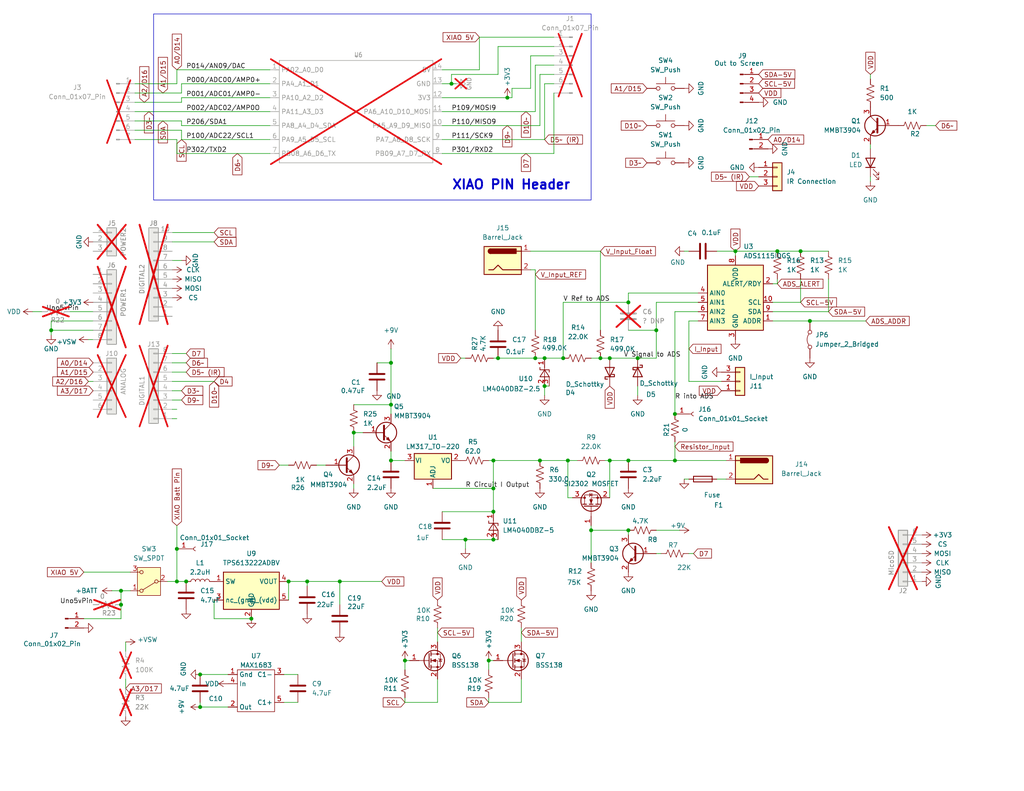
<source format=kicad_sch>
(kicad_sch (version 20231120) (generator "eeschema") (generator_version "8.0")
  (paper "USLetter")
  (title_block (title "Arduino Uno DMM Shield") (date "2025-02-22") (rev "1A") (company "Nick Mann"))
  (junction (at 106.68 110.49))
  (junction (at 163.83 97.79))
  (junction (at 83.82 158.75))
  (junction (at 92.71 158.75))
  (junction (at 127 147.32))
  (junction (at 148.59 105.41))
  (junction (at 173.99 97.79))
  (junction (at 147.32 125.73))
  (junction (at 134.62 139.7))
  (junction (at 148.59 97.79))
  (junction (at 153.67 97.79))
  (junction (at 68.58 168.91))
  (junction (at 134.62 147.32))
  (junction (at 212.09 68.58))
  (junction (at 134.62 133.35))
  (junction (at 184.15 125.73))
  (junction (at 146.05 97.79))
  (junction (at 135.89 97.79))
  (junction (at 218.44 68.58))
  (junction (at 154.94 125.73))
  (junction (at 106.68 99.06))
  (junction (at 48.26 149.86))
  (junction (at 138.43 26.67))
  (junction (at 134.62 125.73))
  (junction (at 78.74 158.75))
  (junction (at 33.02 161.29))
  (junction (at 110.49 180.34))
  (junction (at 171.45 144.78))
  (junction (at 200.66 68.58))
  (junction (at 133.35 180.34))
  (junction (at 171.45 82.55))
  (junction (at 166.37 125.73))
  (junction (at 171.45 125.73))
  (junction (at 48.26 158.75))
  (junction (at 184.15 113.03))
  (junction (at 161.29 144.78))
  (junction (at 13.97 90.17))
  (junction (at 33.02 165.1))
  (junction (at 123.19 22.86))
  (junction (at 166.37 97.79))
  (junction (at 54.61 193.04))
  (junction (at 50.8 158.75))
  (junction (at 54.61 184.15))
  (junction (at 220.98 87.63))
  (junction (at 179.07 90.17))
  (junction (at 106.68 125.73))
  (junction (at 96.52 118.11))
  (wire (pts (xy 88.9 127) (xy 86.36 127)))
  (wire (pts (xy 226.06 76.2) (xy 226.06 85.09)))
  (wire (pts (xy 210.82 85.09) (xy 226.06 85.09)))
  (wire (pts (xy 83.82 158.75) (xy 83.82 160.02)))
  (wire (pts (xy 147.32 20.32) (xy 151.13 20.32)))
  (wire (pts (xy 48.26 22.86) (xy 48.26 19.05)))
  (wire (pts (xy 148.59 22.86) (xy 148.59 38.1)))
  (wire (pts (xy 237.49 48.26) (xy 237.49 49.53)))
  (wire (pts (xy 237.49 20.32) (xy 237.49 21.59)))
  (wire (pts (xy 46.99 96.52) (xy 50.8 96.52)))
  (wire (pts (xy 163.83 68.58) (xy 144.78 68.58)))
  (wire (pts (xy 120.65 38.1) (xy 148.59 38.1)))
  (wire (pts (xy 36.83 25.4) (xy 49.53 25.4)))
  (wire (pts (xy 135.89 97.79) (xy 146.05 97.79)))
  (wire (pts (xy 111.76 180.34) (xy 110.49 180.34)))
  (wire (pts (xy 142.24 191.77) (xy 142.24 185.42)))
  (wire (pts (xy 48.26 38.1) (xy 36.83 38.1)))
  (wire (pts (xy 148.59 97.79) (xy 153.67 97.79)))
  (wire (pts (xy 34.29 175.26) (xy 34.29 177.8)))
  (wire (pts (xy 139.7 24.13) (xy 144.78 24.13)))
  (wire (pts (xy 146.05 73.66) (xy 144.78 73.66)))
  (wire (pts (xy 153.67 82.55) (xy 153.67 97.79)))
  (wire (pts (xy 237.49 40.64) (xy 237.49 39.37)))
  (wire (pts (xy 13.97 90.17) (xy 13.97 91.44)))
  (wire (pts (xy 144.78 24.13) (xy 144.78 15.24)))
  (wire (pts (xy 123.19 22.86) (xy 123.19 20.32)))
  (wire (pts (xy 120.65 34.29) (xy 147.32 34.29)))
  (wire (pts (xy 134.62 180.34) (xy 133.35 180.34)))
  (wire (pts (xy 120.65 30.48) (xy 146.05 30.48)))
  (wire (pts (xy 106.68 123.19) (xy 106.68 125.73)))
  (wire (pts (xy 22.86 168.91) (xy 33.02 168.91)))
  (wire (pts (xy 46.99 66.04) (xy 58.42 66.04)))
  (wire (pts (xy 96.52 118.11) (xy 99.06 118.11)))
  (wire (pts (xy 171.45 125.73) (xy 184.15 125.73)))
  (wire (pts (xy 106.68 95.25) (xy 106.68 99.06)))
  (wire (pts (xy 179.07 151.13) (xy 180.34 151.13)))
  (wire (pts (xy 46.99 99.06) (xy 50.8 99.06)))
  (wire (pts (xy 49.53 34.29) (xy 73.66 34.29)))
  (wire (pts (xy 13.97 90.17) (xy 25.4 90.17)))
  (wire (pts (xy 134.62 97.79) (xy 135.89 97.79)))
  (wire (pts (xy 142.24 171.45) (xy 142.24 175.26)))
  (wire (pts (xy 120.65 19.05) (xy 130.81 19.05)))
  (wire (pts (xy 148.59 105.41) (xy 149.86 105.41)))
  (wire (pts (xy 179.07 90.17) (xy 179.07 82.55)))
  (wire (pts (xy 54.61 184.15) (xy 62.23 184.15)))
  (wire (pts (xy 212.09 77.47) (xy 210.82 77.47)))
  (wire (pts (xy 118.11 133.35) (xy 134.62 133.35)))
  (wire (pts (xy 163.83 97.79) (xy 166.37 97.79)))
  (wire (pts (xy 148.59 107.95) (xy 148.59 105.41)))
  (wire (pts (xy 161.29 97.79) (xy 163.83 97.79)))
  (wire (pts (xy 49.53 22.86) (xy 73.66 22.86)))
  (wire (pts (xy 153.67 82.55) (xy 171.45 82.55)))
  (wire (pts (xy 58.42 163.83) (xy 58.42 168.91)))
  (wire (pts (xy 173.99 97.79) (xy 179.07 97.79)))
  (wire (pts (xy 138.43 26.67) (xy 120.65 26.67)))
  (wire (pts (xy 218.44 68.58) (xy 226.06 68.58)))
  (wire (pts (xy 198.12 130.81) (xy 195.58 130.81)))
  (wire (pts (xy 33.02 165.1) (xy 33.02 161.29)))
  (wire (pts (xy 119.38 191.77) (xy 119.38 185.42)))
  (wire (pts (xy 24.13 92.71) (xy 25.4 92.71)))
  (wire (pts (xy 187.96 87.63) (xy 187.96 104.14)))
  (wire (pts (xy 30.48 161.29) (xy 33.02 161.29)))
  (wire (pts (xy 102.87 99.06) (xy 106.68 99.06)))
  (wire (pts (xy 49.53 25.4) (xy 49.53 22.86)))
  (wire (pts (xy 148.59 22.86) (xy 151.13 22.86)))
  (wire (pts (xy 184.15 85.09) (xy 190.5 85.09)))
  (wire (pts (xy 106.68 99.06) (xy 106.68 110.49)))
  (wire (pts (xy 48.26 158.75) (xy 50.8 158.75)))
  (wire (pts (xy 49.53 33.02) (xy 49.53 34.29)))
  (wire (pts (xy 78.74 158.75) (xy 78.74 163.83)))
  (wire (pts (xy 171.45 90.17) (xy 179.07 90.17)))
  (wire (pts (xy 134.62 133.35) (xy 134.62 139.7)))
  (wire (pts (xy 48.26 19.05) (xy 73.66 19.05)))
  (wire (pts (xy 58.42 168.91) (xy 68.58 168.91)))
  (wire (pts (xy 220.98 87.63) (xy 210.82 87.63)))
  (wire (pts (xy 200.66 68.58) (xy 200.66 69.85)))
  (wire (pts (xy 46.99 101.6) (xy 50.8 101.6)))
  (wire (pts (xy 54.61 191.77) (xy 54.61 193.04)))
  (wire (pts (xy 48.26 149.86) (xy 48.26 158.75)))
  (wire (pts (xy 49.53 38.1) (xy 49.53 35.56)))
  (wire (pts (xy 106.68 110.49) (xy 106.68 113.03)))
  (wire (pts (xy 161.29 144.78) (xy 161.29 153.67)))
  (wire (pts (xy 110.49 191.77) (xy 119.38 191.77)))
  (wire (pts (xy 184.15 120.65) (xy 184.15 125.73)))
  (wire (pts (xy 76.2 127) (xy 78.74 127)))
  (wire (pts (xy 173.99 105.41) (xy 173.99 107.95)))
  (wire (pts (xy 161.29 144.78) (xy 171.45 144.78)))
  (wire (pts (xy 166.37 97.79) (xy 173.99 97.79)))
  (wire (pts (xy 184.15 85.09) (xy 184.15 113.03)))
  (wire (pts (xy 200.66 68.58) (xy 195.58 68.58)))
  (wire (pts (xy 83.82 158.75) (xy 92.71 158.75)))
  (wire (pts (xy 133.35 190.5) (xy 133.35 191.77)))
  (wire (pts (xy 13.97 87.63) (xy 13.97 90.17)))
  (wire (pts (xy 200.66 68.58) (xy 212.09 68.58)))
  (wire (pts (xy 186.69 130.81) (xy 187.96 130.81)))
  (wire (pts (xy 106.68 125.73) (xy 110.49 125.73)))
  (wire (pts (xy 92.71 158.75) (xy 104.14 158.75)))
  (wire (pts (xy 166.37 125.73) (xy 171.45 125.73)))
  (wire (pts (xy 146.05 30.48) (xy 146.05 17.78)))
  (wire (pts (xy 154.94 125.73) (xy 154.94 135.89)))
  (wire (pts (xy 161.29 143.51) (xy 161.29 144.78)))
  (wire (pts (xy 48.26 38.1) (xy 48.26 41.91)))
  (wire (pts (xy 92.71 158.75) (xy 92.71 165.1)))
  (wire (pts (xy 36.83 30.48) (xy 73.66 30.48)))
  (wire (pts (xy 77.47 184.15) (xy 81.28 184.15)))
  (wire (pts (xy 252.73 34.29) (xy 255.27 34.29)))
  (wire (pts (xy 54.61 193.04) (xy 62.23 193.04)))
  (wire (pts (xy 77.47 191.77) (xy 81.28 191.77)))
  (wire (pts (xy 139.7 26.67) (xy 138.43 26.67)))
  (wire (pts (xy 120.65 139.7) (xy 134.62 139.7)))
  (wire (pts (xy 196.85 104.14) (xy 187.96 104.14)))
  (wire (pts (xy 133.35 191.77) (xy 142.24 191.77)))
  (wire (pts (xy 130.81 10.16) (xy 130.81 19.05)))
  (wire (pts (xy 127 97.79) (xy 125.73 97.79)))
  (wire (pts (xy 187.96 68.58) (xy 186.69 68.58)))
  (wire (pts (xy 146.05 17.78) (xy 151.13 17.78)))
  (wire (pts (xy 120.65 22.86) (xy 123.19 22.86)))
  (wire (pts (xy 171.45 82.55) (xy 171.45 80.01)))
  (wire (pts (xy 151.13 41.91) (xy 151.13 25.4)))
  (wire (pts (xy 34.29 185.42) (xy 34.29 187.96)))
  (wire (pts (xy 96.52 132.08) (xy 96.52 133.35)))
  (wire (pts (xy 187.96 87.63) (xy 190.5 87.63)))
  (wire (pts (xy 144.78 15.24) (xy 151.13 15.24)))
  (wire (pts (xy 48.26 143.51) (xy 48.26 149.86)))
  (wire (pts (xy 46.99 109.22) (xy 49.53 109.22)))
  (wire (pts (xy 46.99 114.3) (xy 48.26 114.3)))
  (wire (pts (xy 148.59 97.79) (xy 146.05 97.79)))
  (wire (pts (xy 123.19 20.32) (xy 135.89 20.32)))
  (wire (pts (xy 24.13 104.14) (xy 25.4 104.14)))
  (wire (pts (xy 154.94 125.73) (xy 147.32 125.73)))
  (wire (pts (xy 49.53 38.1) (xy 73.66 38.1)))
  (wire (pts (xy 154.94 125.73) (xy 157.48 125.73)))
  (wire (pts (xy 179.07 97.79) (xy 179.07 90.17)))
  (wire (pts (xy 46.99 104.14) (xy 58.42 104.14)))
  (wire (pts (xy 218.44 76.2) (xy 218.44 82.55)))
  (wire (pts (xy 46.99 111.76) (xy 48.26 111.76)))
  (wire (pts (xy 46.99 106.68) (xy 49.53 106.68)))
  (wire (pts (xy 48.26 41.91) (xy 73.66 41.91)))
  (wire (pts (xy 134.62 125.73) (xy 147.32 125.73)))
  (wire (pts (xy 204.47 48.26) (xy 207.01 48.26)))
  (wire (pts (xy 130.81 10.16) (xy 151.13 10.16)))
  (wire (pts (xy 139.7 24.13) (xy 139.7 26.67)))
  (wire (pts (xy 163.83 68.58) (xy 163.83 90.17)))
  (wire (pts (xy 33.02 168.91) (xy 33.02 165.1)))
  (wire (pts (xy 119.38 171.45) (xy 119.38 175.26)))
  (wire (pts (xy 25.4 87.63) (xy 13.97 87.63)))
  (wire (pts (xy 236.22 87.63) (xy 220.98 87.63)))
  (wire (pts (xy 46.99 71.12) (xy 49.53 71.12)))
  (wire (pts (xy 165.1 125.73) (xy 166.37 125.73)))
  (wire (pts (xy 120.65 41.91) (xy 151.13 41.91)))
  (wire (pts (xy 36.83 33.02) (xy 49.53 33.02)))
  (wire (pts (xy 96.52 110.49) (xy 106.68 110.49)))
  (wire (pts (xy 49.53 26.67) (xy 73.66 26.67)))
  (wire (pts (xy 187.96 151.13) (xy 189.23 151.13)))
  (wire (pts (xy 49.53 27.94) (xy 49.53 26.67)))
  (wire (pts (xy 36.83 35.56) (xy 49.53 35.56)))
  (wire (pts (xy 22.86 156.21) (xy 35.56 156.21)))
  (wire (pts (xy 8.89 85.09) (xy 11.43 85.09)))
  (wire (pts (xy 127 147.32) (xy 134.62 147.32)))
  (wire (pts (xy 212.09 77.47) (xy 212.09 76.2)))
  (wire (pts (xy 110.49 180.34) (xy 110.49 182.88)))
  (wire (pts (xy 147.32 20.32) (xy 147.32 34.29)))
  (wire (pts (xy 171.45 144.78) (xy 171.45 146.05)))
  (wire (pts (xy 154.94 135.89) (xy 156.21 135.89)))
  (wire (pts (xy 166.37 125.73) (xy 166.37 135.89)))
  (wire (pts (xy 179.07 82.55) (xy 190.5 82.55)))
  (wire (pts (xy 146.05 73.66) (xy 146.05 90.17)))
  (wire (pts (xy 19.05 85.09) (xy 25.4 85.09)))
  (wire (pts (xy 179.07 144.78) (xy 185.42 144.78)))
  (wire (pts (xy 134.62 133.35) (xy 134.62 125.73)))
  (wire (pts (xy 45.72 158.75) (xy 48.26 158.75)))
  (wire (pts (xy 135.89 20.32) (xy 135.89 12.7)))
  (wire (pts (xy 133.35 180.34) (xy 133.35 182.88)))
  (wire (pts (xy 78.74 158.75) (xy 83.82 158.75)))
  (wire (pts (xy 135.89 12.7) (xy 151.13 12.7)))
  (wire (pts (xy 123.19 22.86) (xy 124.46 22.86)))
  (wire (pts (xy 96.52 118.11) (xy 96.52 121.92)))
  (wire (pts (xy 184.15 125.73) (xy 198.12 125.73)))
  (wire (pts (xy 134.62 147.32) (xy 135.89 147.32)))
  (wire (pts (xy 33.02 161.29) (xy 35.56 161.29)))
  (wire (pts (xy 210.82 82.55) (xy 218.44 82.55)))
  (wire (pts (xy 36.83 22.86) (xy 48.26 22.86)))
  (wire (pts (xy 127 149.86) (xy 127 147.32)))
  (wire (pts (xy 212.09 68.58) (xy 218.44 68.58)))
  (wire (pts (xy 171.45 80.01) (xy 190.5 80.01)))
  (wire (pts (xy 36.83 27.94) (xy 49.53 27.94)))
  (wire (pts (xy 46.99 63.5) (xy 58.42 63.5)))
  (wire (pts (xy 120.65 147.32) (xy 127 147.32)))
  (wire (pts (xy 110.49 190.5) (xy 110.49 191.77)))
  (wire (pts (xy 134.62 125.73) (xy 133.35 125.73)))
  (rectangle (start 41.91 3.81) (end 161.29 54.61))
  (text "XIAO PIN Header" (at 123.19 52.07 0) (effects (font (size 2.54 2.54) (bold yes)) (justify left bottom)))
  (label "P000{slash}ADC00{slash}AMP0+" (at 50.8 22.86 0))
  (label "P109{slash}MOSI9" (at 123.19 30.48 0))
  (label "R Circuit I Output" (at 127 133.35 0))
  (label "V Ref to ADS" (at 153.67 82.55 0))
  (label "V Signal to ADS" (at 170.18 97.79 0))
  (label "R into ADS" (at 184.15 109.22 0))
  (label "P301{slash}RXD2" (at 123.19 41.91 0))
  (label "P302{slash}TXD2" (at 50.8 41.91 0))
  (label "P206{slash}SDA1" (at 50.8 34.29 0))
  (label "P100{slash}ADC22{slash}SCL1" (at 50.8 38.1 0))
  (label "P001{slash}ADC01{slash}AMP0-" (at 50.8 26.67 0))
  (label "P110{slash}MISO9" (at 123.19 34.29 0))
  (label "Uno5vPin" (at 25.4 165.1 180))
  (label "P111{slash}SCK9" (at 123.19 38.1 0))
  (label "P014{slash}AN09{slash}DAC" (at 50.8 19.05 0))
  (label "Uno5vPin" (at 21.59 85.09 180))
  (label "P002{slash}ADC02{slash}AMP0O" (at 50.8 30.48 0))
  (global_label "A0{slash}D14" (shape input) (at 25.4 99.06 180) (property "Intersheetrefs" "${INTERSHEET_REFS}" (effects (hide yes))))
  (global_label "I_Input" (shape input) (at 187.96 95.25 0) (property "Intersheetrefs" "${INTERSHEET_REFS}" (effects (hide yes))))
  (global_label "VDD" (shape input) (at 207.01 25.4 0) (property "Intersheetrefs" "${INTERSHEET_REFS}" (effects (hide yes))))
  (global_label "VDD" (shape input) (at 119.38 163.83 90) (property "Intersheetrefs" "${INTERSHEET_REFS}" (effects (hide yes))))
  (global_label "SCL" (shape input) (at 49.53 38.1 270) (property "Intersheetrefs" "${INTERSHEET_REFS}" (effects (hide yes))))
  (global_label "A2{slash}D16" (shape input) (at 39.37 27.94 90) (property "Intersheetrefs" "${INTERSHEET_REFS}" (effects (hide yes))))
  (global_label "SDA" (shape input) (at 133.35 191.77 180) (property "Intersheetrefs" "${INTERSHEET_REFS}" (effects (hide yes))))
  (global_label "D9~" (shape input) (at 49.53 109.22 0) (property "Intersheetrefs" "${INTERSHEET_REFS}" (effects (hide yes))))
  (global_label "VDD" (shape input) (at 196.85 106.68 180) (property "Intersheetrefs" "${INTERSHEET_REFS}" (effects (hide yes))))
  (global_label "D5~ (IR)" (shape input) (at 204.47 48.26 180) (property "Intersheetrefs" "${INTERSHEET_REFS}" (effects (hide yes))))
  (global_label "XIAO 5V" (shape input) (at 22.86 156.21 180) (property "Intersheetrefs" "${INTERSHEET_REFS}" (effects (hide yes))))
  (global_label "D6~" (shape input) (at 50.8 99.06 0) (property "Intersheetrefs" "${INTERSHEET_REFS}" (effects (hide yes))))
  (global_label "ADS_ALERT" (shape input) (at 212.09 77.47 0) (property "Intersheetrefs" "${INTERSHEET_REFS}" (effects (hide yes))))
  (global_label "VDD" (shape input) (at 207.01 50.8 180) (property "Intersheetrefs" "${INTERSHEET_REFS}" (effects (hide yes))))
  (global_label "A0{slash}D14" (shape input) (at 48.26 19.05 90) (property "Intersheetrefs" "${INTERSHEET_REFS}" (effects (hide yes))))
  (global_label "D7" (shape input) (at 143.51 41.91 270) (property "Intersheetrefs" "${INTERSHEET_REFS}" (effects (hide yes))))
  (global_label "XIAO 5V" (shape input) (at 130.81 10.16 180) (property "Intersheetrefs" "${INTERSHEET_REFS}" (effects (hide yes))))
  (global_label "A2{slash}D16" (shape input) (at 24.13 104.14 180) (property "Intersheetrefs" "${INTERSHEET_REFS}" (effects (hide yes))))
  (global_label "VDD" (shape input) (at 104.14 158.75 0) (property "Intersheetrefs" "${INTERSHEET_REFS}" (effects (hide yes))))
  (global_label "D6~" (shape input) (at 255.27 34.29 0) (property "Intersheetrefs" "${INTERSHEET_REFS}" (effects (hide yes))))
  (global_label "SCL-5V" (shape input) (at 119.38 172.72 0) (property "Intersheetrefs" "${INTERSHEET_REFS}" (effects (hide yes))))
  (global_label "D4" (shape input) (at 58.42 104.14 0) (property "Intersheetrefs" "${INTERSHEET_REFS}" (effects (hide yes))))
  (global_label "VDD" (shape input) (at 166.37 105.41 270) (property "Intersheetrefs" "${INTERSHEET_REFS}" (effects (hide yes))))
  (global_label "D10~" (shape input) (at 176.53 34.29 180) (property "Intersheetrefs" "${INTERSHEET_REFS}" (effects (hide yes))))
  (global_label "D7" (shape input) (at 50.8 96.52 0) (property "Intersheetrefs" "${INTERSHEET_REFS}" (effects (hide yes))))
  (global_label "A1{slash}D15" (shape input) (at 176.53 24.13 180) (property "Intersheetrefs" "${INTERSHEET_REFS}" (effects (hide yes))))
  (global_label "Resistor_Input" (shape input) (at 184.15 121.92 0) (property "Intersheetrefs" "${INTERSHEET_REFS}" (effects (hide yes))))
  (global_label "SDA-5V" (shape input) (at 142.24 172.72 0) (property "Intersheetrefs" "${INTERSHEET_REFS}" (effects (hide yes))))
  (global_label "V_Input_Float" (shape input) (at 163.83 68.58 0) (property "Intersheetrefs" "${INTERSHEET_REFS}" (effects (hide yes))))
  (global_label "D7" (shape input) (at 189.23 151.13 0) (property "Intersheetrefs" "${INTERSHEET_REFS}" (effects (hide yes))))
  (global_label "A3{slash}D17" (shape input) (at 34.29 187.96 0) (property "Intersheetrefs" "${INTERSHEET_REFS}" (effects (hide yes))))
  (global_label "D3~" (shape input) (at 176.53 44.45 180) (property "Intersheetrefs" "${INTERSHEET_REFS}" (effects (hide yes))))
  (global_label "A3{slash}D17" (shape input) (at 25.4 106.68 180) (property "Intersheetrefs" "${INTERSHEET_REFS}" (effects (hide yes))))
  (global_label "VDD" (shape input) (at 237.49 20.32 90) (property "Intersheetrefs" "${INTERSHEET_REFS}" (effects (hide yes))))
  (global_label "SDA-5V" (shape input) (at 207.01 20.32 0) (property "Intersheetrefs" "${INTERSHEET_REFS}" (effects (hide yes))))
  (global_label "V_Input_REF" (shape input) (at 146.05 74.93 0) (property "Intersheetrefs" "${INTERSHEET_REFS}" (effects (hide yes))))
  (global_label "ADS_ADDR" (shape input) (at 236.22 87.63 0) (property "Intersheetrefs" "${INTERSHEET_REFS}" (effects (hide yes))))
  (global_label "D5~ (IR)" (shape input) (at 50.8 101.6 0) (property "Intersheetrefs" "${INTERSHEET_REFS}" (effects (hide yes))))
  (global_label "A0{slash}D14" (shape input) (at 209.55 38.1 0) (property "Intersheetrefs" "${INTERSHEET_REFS}" (effects (hide yes))))
  (global_label "A1{slash}D15" (shape input) (at 44.45 25.4 90) (property "Intersheetrefs" "${INTERSHEET_REFS}" (effects (hide yes))))
  (global_label "A1{slash}D15" (shape input) (at 25.4 101.6 180) (property "Intersheetrefs" "${INTERSHEET_REFS}" (effects (hide yes))))
  (global_label "D9~" (shape input) (at 138.43 34.29 270) (property "Intersheetrefs" "${INTERSHEET_REFS}" (effects (hide yes))))
  (global_label "SCL" (shape input) (at 58.42 63.5 0) (property "Intersheetrefs" "${INTERSHEET_REFS}" (effects (hide yes))))
  (global_label "SDA" (shape input) (at 58.42 66.04 0) (property "Intersheetrefs" "${INTERSHEET_REFS}" (effects (hide yes))))
  (global_label "SDA" (shape input) (at 44.45 33.02 270) (property "Intersheetrefs" "${INTERSHEET_REFS}" (effects (hide yes))))
  (global_label "D3~" (shape input) (at 40.64 30.48 270) (property "Intersheetrefs" "${INTERSHEET_REFS}" (effects (hide yes))))
  (global_label "SCL" (shape input) (at 110.49 191.77 180) (property "Intersheetrefs" "${INTERSHEET_REFS}" (effects (hide yes))))
  (global_label "VDD" (shape input) (at 142.24 163.83 90) (property "Intersheetrefs" "${INTERSHEET_REFS}" (effects (hide yes))))
  (global_label "D10~" (shape input) (at 58.42 104.14 270) (property "Intersheetrefs" "${INTERSHEET_REFS}" (effects (hide yes))))
  (global_label "VDD" (shape input) (at 200.66 68.58 90) (property "Intersheetrefs" "${INTERSHEET_REFS}" (effects (hide yes))))
  (global_label "D6~" (shape input) (at 64.77 41.91 270) (property "Intersheetrefs" "${INTERSHEET_REFS}" (effects (hide yes))))
  (global_label "XIAO Batt Pin" (shape input) (at 48.26 143.51 90) (property "Intersheetrefs" "${INTERSHEET_REFS}" (effects (hide yes))))
  (global_label "D10~" (shape input) (at 143.51 30.48 270) (property "Intersheetrefs" "${INTERSHEET_REFS}" (effects (hide yes))))
  (global_label "SCL-5V" (shape input) (at 207.01 22.86 0) (property "Intersheetrefs" "${INTERSHEET_REFS}" (effects (hide yes))))
  (global_label "SCL-5V" (shape input) (at 218.44 82.55 0) (property "Intersheetrefs" "${INTERSHEET_REFS}" (effects (hide yes))))
  (global_label "D3~" (shape input) (at 49.53 106.68 0) (property "Intersheetrefs" "${INTERSHEET_REFS}" (effects (hide yes))))
  (global_label "D5~ (IR)" (shape input) (at 148.59 38.1 0) (property "Intersheetrefs" "${INTERSHEET_REFS}" (effects (hide yes))))
  (global_label "VDD" (shape input) (at 125.73 97.79 180) (property "Intersheetrefs" "${INTERSHEET_REFS}" (effects (hide yes))))
  (global_label "SDA-5V" (shape input) (at 226.06 85.09 0) (property "Intersheetrefs" "${INTERSHEET_REFS}" (effects (hide yes))))
  (global_label "D9~" (shape input) (at 76.2 127 180) (property "Intersheetrefs" "${INTERSHEET_REFS}" (effects (hide yes))))
  (symbol (lib_id "Device:R_US") (at 218.44 72.39 180) (unit 1)
    (property "Reference" "R13" (at 220.98 71.1199 0) (effects (justify right)))
    (property "Value" "1K" (at 220.98 73.6599 0) (effects (justify right)))
    (property "Footprint" "Resistor_SMD:R_0805_2012Metric_Pad1.20x1.40mm_HandSolder" (effects (hide yes)))
    (property "Description" "Resistor, US symbol" (effects (hide yes)))
    (property "Function" "ADS Pull 1" (effects (hide yes)))
  )
  (symbol (lib_id "Transistor_FET:BSS138") (at 116.84 180.34 0) (unit 1)
    (property "Reference" "Q6" (at 123.19 179.0699 0) (effects (justify left)))
    (property "Value" "BSS138" (at 123.19 181.6099 0) (effects (justify left)))
    (property "Footprint" "Package_TO_SOT_SMD:SOT-23" (effects (hide yes)))
    (property "Datasheet" "https://www.onsemi.com/pub/Collateral/BSS138-D.PDF" (effects (hide yes)))
    (property "Description" "50V Vds, 0.22A Id, N-Channel MOSFET, SOT-23" (effects (hide yes)))
  )
  (symbol (lib_id "Device:R_US") (at 184.15 151.13 270) (unit 1)
    (property "Reference" "R7" (at 183.642 148.844 90))
    (property "Value" "22K" (at 186.69 154.94 90))
    (property "Footprint" "Resistor_SMD:R_0805_2012Metric_Pad1.20x1.40mm_HandSolder" (effects (hide yes)))
    (property "Description" "Resistor, US symbol" (effects (hide yes)))
    (property "Function" "BJTCurrentLimit1" (effects (hide yes)))
  )
  (symbol (lib_name "+BATT_1") (lib_id "power:+BATT") (at 30.48 161.29 90) (unit 1)
    (property "Reference" "#PWR063" (effects (hide yes)))
    (property "Value" "+BATT" (at 26.67 161.2901 90) (effects (justify left)))
    (property "Description" "Power symbol creates a global label with name \"+BATT\"" (effects (hide yes)))
  )
  (symbol (lib_id "Device:C") (at 54.61 187.96 0) (unit 1)
    (property "Reference" "C10" (at 56.896 190.754 0) (effects (justify left)))
    (property "Value" "4.7uF" (at 46.228 187.96 0) (effects (justify left)))
    (property "Footprint" "Capacitor_SMD:C_0805_2012Metric_Pad1.18x1.45mm_HandSolder" (effects (hide yes)))
    (property "Description" "Unpolarized capacitor" (effects (hide yes)))
    (property "Function" "Charge Pump" (effects (hide yes)))
  )
  (symbol (lib_id "power:+3.3V") (at 251.46 148.59 270) (unit 1)
    (property "Reference" "#PWR076" (effects (hide yes)))
    (property "Value" "CS" (at 257.175 148.59 90))
  )
  (symbol (lib_id "Device:R_US") (at 133.35 186.69 180) (unit 1)
    (property "Reference" "R19" (at 131.318 187.96 0) (effects (justify left)))
    (property "Value" "10K" (at 131.572 185.674 0) (effects (justify left)))
    (property "Footprint" "Resistor_SMD:R_0805_2012Metric_Pad1.20x1.40mm_HandSolder" (effects (hide yes)))
    (property "Description" "Resistor, US symbol" (effects (hide yes)))
    (property "ValueTemp" "5K" (effects (hide yes)))
    (property "Function" "Current Limit" (effects (hide yes)))
  )
  (symbol (lib_id "Transistor_BJT:MMBT3904") (at 173.99 151.13 0) (mirror y) (unit 1)
    (property "Reference" "Q3" (at 168.91 149.8599 0) (effects (justify left)))
    (property "Value" "MMBT3904" (at 168.91 152.3999 0) (effects (justify left)))
    (property "Footprint" "Package_TO_SOT_SMD:SOT-23" (effects (hide yes)))
    (property "Datasheet" "https://www.onsemi.com/pdf/datasheet/pzt3904-d.pdf" (effects (hide yes)))
    (property "Description" "0.2A Ic, 40V Vce, Small Signal NPN Transistor, SOT-23" (effects (hide yes)))
    (property "ValueTemp" "MMBT3904" (effects (hide yes)))
    (property "Function" "Range Switch Control" (effects (hide yes)))
  )
  (symbol (lib_id "power:GND") (at 106.68 133.35 0) (unit 1)
    (property "Reference" "#PWR071" (effects (hide yes)))
    (property "Value" "GND" (at 106.68 138.43 0))
    (property "Description" "Power symbol creates a global label with name \"GND\" , ground" (effects (hide yes)))
  )
  (symbol (lib_id "power:+9V") (at 54.61 193.04 90) (unit 1)
    (property "Reference" "#PWR036" (effects (hide yes)))
    (property "Value" "+9V" (at 49.53 193.04 0))
    (property "Description" "Power symbol creates a global label with name \"+9V\"" (effects (hide yes)))
  )
  (symbol (lib_id "Device:R_US") (at 212.09 72.39 180) (unit 1)
    (property "Reference" "R16" (at 214.63 71.1199 0) (effects (justify right)))
    (property "Value" "1K" (at 214.63 73.6599 0) (effects (justify right)))
    (property "Footprint" "Resistor_SMD:R_0805_2012Metric_Pad1.20x1.40mm_HandSolder" (effects (hide yes)))
    (property "Description" "Resistor, US symbol" (effects (hide yes)))
    (property "Function" "ADS Pull 3" (effects (hide yes)))
  )
  (symbol (lib_id "Transistor_FET:DMG2302U") (at 161.29 138.43 90) (unit 1)
    (property "Reference" "Q2" (at 161.29 129.54 90))
    (property "Value" "SI2302 MOSFET" (at 161.29 132.08 90))
    (property "Footprint" "Package_TO_SOT_SMD:SOT-23" (effects (hide yes)))
    (property "Datasheet" "http://www.diodes.com/assets/Datasheets/DMG2302U.pdf" (effects (hide yes)))
    (property "Description" "4.2A Id, 20V Vds, N-Channel MOSFET, SOT-23" (effects (hide yes)))
    (property "Function" "R Circuit Range Switch" (effects (hide yes)))
  )
  (symbol (lib_id "Connector:Conn_01x07_Pin") (at 156.21 17.78 0) (mirror y) (unit 1) (dnp yes)
    (property "Reference" "J1" (at 155.575 5.08 0))
    (property "Value" "Conn_01x07_Pin" (at 155.575 7.62 0))
    (property "Footprint" "Connector_PinSocket_2.54mm:PinSocket_1x07_P2.54mm_Vertical" (effects (hide yes)))
    (property "Description" "Generic connector, single row, 01x07, script generated" (effects (hide yes)))
  )
  (symbol (lib_id "power:+3.3V") (at 25.4 82.55 90) (unit 1)
    (property "Reference" "#PWR021" (effects (hide yes)))
    (property "Value" "+3V3" (at 19.685 82.55 90))
  )
  (symbol (lib_id "Device:R_US") (at 15.24 85.09 90) (unit 1) (dnp yes)
    (property "Reference" "R22" (at 15.748 87.376 90))
    (property "Value" "0" (at 15.748 82.296 90))
    (property "Footprint" "Resistor_SMD:R_0805_2012Metric_Pad1.20x1.40mm_HandSolder" (effects (hide yes)))
    (property "Description" "Resistor, US symbol" (effects (hide yes)))
    (property "Function" "BJTCurrentLimit1" (effects (hide yes)))
  )
  (symbol (lib_id "Analog_ADC:ADS1115IDGS") (at 200.66 82.55 0) (unit 1)
    (property "Reference" "U3" (at 202.8541 67.31 0) (effects (justify left)))
    (property "Value" "ADS1115IDGS" (at 202.8541 69.85 0) (effects (justify left)))
    (property "Footprint" "Package_SO:TSSOP-10_3x3mm_P0.5mm" (effects (hide yes)))
    (property "Datasheet" "http://www.ti.com/lit/ds/symlink/ads1113.pdf" (effects (hide yes)))
    (property "Description" "Ultra-Small, Low-Power, I2C-Compatible, 860-SPS, 16-Bit ADCs With Internal Reference, Oscillator, and Programmable Comparator, VSSOP-10" (effects (hide yes)))
    (property "ValueTemp" "ADS1115IDGS" (effects (hide yes)))
  )
  (symbol (lib_id "Device:C") (at 50.8 162.56 0) (unit 1)
    (property "Reference" "C15" (at 54.61 161.2899 0) (effects (justify left)))
    (property "Value" "4.7uF" (at 54.61 163.8299 0) (effects (justify left)))
    (property "Footprint" "Capacitor_SMD:C_0805_2012Metric_Pad1.18x1.45mm_HandSolder" (effects (hide yes)))
    (property "Description" "Unpolarized capacitor" (effects (hide yes)))
    (property "Function" "Boost Circuit Input" (effects (hide yes)))
  )
  (symbol (lib_id "Device:Fuse") (at 191.77 130.81 270) (mirror x) (unit 1)
    (property "Reference" "F1" (at 196.088 137.922 90))
    (property "Value" "Fuse" (at 194.31 135.128 90))
    (property "Footprint" "Fuse:Fuse_1206_3216Metric_Pad1.42x1.75mm_HandSolder" (effects (hide yes)))
    (property "Description" "Fuse" (effects (hide yes)))
    (property "Function" "Dead Short Protection" (effects (hide yes)))
  )
  (symbol (lib_id "Connector_Generic:Conn_01x10") (at 41.91 76.2 180) (unit 1) (dnp yes)
    (property "Reference" "J8" (at 41.91 60.96 0))
    (property "Value" "DIGITAL2" (at 38.735 76.2 90))
    (property "Footprint" "Library:PinHeader_1x10_P2.54mm_Vertical_NoBox" (effects (hide yes)))
    (property "ValueTemp" "DIGITAL2" (effects (hide yes)))
  )
  (symbol (lib_id "Reference_Voltage:LM4040DBZ-5") (at 134.62 143.51 90) (unit 1)
    (property "Reference" "U11" (at 137.16 142.2399 90) (effects (justify right)))
    (property "Value" "LM4040DBZ-5" (at 137.16 144.7799 90) (effects (justify right)))
    (property "Footprint" "Package_TO_SOT_SMD:SOT-23" (effects (hide yes)))
    (property "Datasheet" "http://www.ti.com/lit/ds/symlink/lm4040-n.pdf" (effects (hide yes)))
    (property "Description" "5.000V Precision Micropower Shunt Voltage Reference, SOT-23" (effects (hide yes)))
    (property "Function" "R Circuit Reference" (effects (hide yes)))
  )
  (symbol (lib_id "power:+3.3V") (at 46.99 78.74 270) (unit 1)
    (property "Reference" "#PWR02" (effects (hide yes)))
    (property "Value" "MOSI" (at 52.705 78.74 90))
  )
  (symbol (lib_id "power:GND") (at 13.97 91.44 0) (unit 1)
    (property "Reference" "#PWR018" (effects (hide yes)))
    (property "Value" "GND" (at 13.97 95.25 0))
  )
  (symbol (lib_id "power:+VSW") (at 24.13 92.71 90) (unit 1)
    (property "Reference" "#PWR019" (effects (hide yes)))
    (property "Value" "+VSW" (at 20.955 93.345 90) (effects (justify left)))
  )
  (symbol (lib_id "Connector:Conn_01x02_Pin") (at 17.78 168.91 0) (unit 1)
    (property "Reference" "J7" (at 14.732 173.482 0))
    (property "Value" "Conn_01x02_Pin" (at 14.224 175.768 0))
    (property "Footprint" "Connector_PinSocket_2.54mm:PinSocket_1x02_P2.54mm_Vertical" (effects (hide yes)))
    (property "Description" "Generic connector, single row, 01x02, script generated" (effects (hide yes)))
  )
  (symbol (lib_id "power:GND") (at 68.58 168.91 0) (unit 1)
    (property "Reference" "#PWR029" (effects (hide yes)))
    (property "Value" "GND" (effects (hide yes)))
    (property "Description" "Power symbol creates a global label with name \"GND\" , ground" (effects (hide yes)))
  )
  (symbol (lib_id "power:GND") (at 127 149.86 0) (unit 1)
    (property "Reference" "#PWR042" (effects (hide yes)))
    (property "Value" "GND" (at 127 154.94 0))
    (property "Description" "Power symbol creates a global label with name \"GND\" , ground" (effects (hide yes)))
  )
  (symbol (lib_id "Device:R_US") (at 163.83 93.98 0) (unit 1)
    (property "Reference" "R17" (at 166.37 92.7099 0) (effects (justify left)))
    (property "Value" "499.0K" (at 166.37 95.2499 0) (effects (justify left)))
    (property "Footprint" "Resistor_SMD:R_0805_2012Metric_Pad1.20x1.40mm_HandSolder" (effects (hide yes)))
    (property "Description" "Resistor, US symbol" (effects (hide yes)))
    (property "ValueTemp" "75K" (effects (hide yes)))
    (property "Function" "V Signal Divider" (effects (hide yes)))
  )
  (symbol (lib_id "power:GND") (at 92.71 172.72 0) (unit 1)
    (property "Reference" "#PWR082" (effects (hide yes)))
    (property "Value" "GND" (effects (hide yes)))
    (property "Description" "Power symbol creates a global label with name \"GND\" , ground" (effects (hide yes)))
  )
  (symbol (lib_id "Device:R_US") (at 130.81 97.79 90) (unit 1)
    (property "Reference" "R27" (at 129.54 95.758 0) (effects (justify left)))
    (property "Value" "4.7K" (at 131.826 96.012 0) (effects (justify left)))
    (property "Footprint" "Resistor_SMD:R_0805_2012Metric_Pad1.20x1.40mm_HandSolder" (effects (hide yes)))
    (property "Description" "Resistor, US symbol" (effects (hide yes)))
    (property "ValueTemp" "5K" (effects (hide yes)))
    (property "Function" "Current Limit" (effects (hide yes)))
  )
  (symbol (lib_id "Device:C") (at 171.45 86.36 0) (unit 1) (dnp yes)
    (property "Reference" "C6" (at 175.26 85.0899 0) (effects (justify left)))
    (property "Value" "? DNP" (at 175.26 87.6299 0) (effects (justify left)))
    (property "Footprint" "Capacitor_SMD:C_0805_2012Metric_Pad1.18x1.45mm_HandSolder" (effects (hide yes)))
    (property "Description" "Unpolarized capacitor" (effects (hide yes)))
    (property "Function" "V ADS Filter" (effects (hide yes)))
  )
  (symbol (lib_id "power:GND") (at 171.45 133.35 0) (unit 1)
    (property "Reference" "#PWR047" (effects (hide yes)))
    (property "Value" "GND" (at 171.45 138.43 0))
    (property "Description" "Power symbol creates a global label with name \"GND\" , ground" (effects (hide yes)))
  )
  (symbol (lib_id "Connector:Conn_01x04_Pin") (at 201.93 22.86 0) (unit 1)
    (property "Reference" "J9" (at 202.565 15.24 0))
    (property "Value" "Out to Screen" (at 201.676 17.272 0))
    (property "Footprint" "Connector_PinSocket_2.54mm:PinSocket_1x04_P2.54mm_Vertical" (effects (hide yes)))
    (property "Description" "Generic connector, single row, 01x04, script generated" (effects (hide yes)))
    (property "ValueTemp" "Out to Screen" (effects (hide yes)))
  )
  (symbol (lib_id "Device:D_Schottky") (at 173.99 101.6 270) (unit 1)
    (property "Reference" "D5" (at 176.276 107.696 90) (effects (justify left)))
    (property "Value" "D_Schottky" (at 174.498 104.648 90) (effects (justify left)))
    (property "Footprint" "Diode_SMD:D_SOD-123" (effects (hide yes)))
    (property "Description" "Schottky diode" (effects (hide yes)))
    (property "Function" "Overvoltage Proection" (effects (hide yes)))
  )
  (symbol (lib_id "Switch:SW_Push") (at 181.61 44.45 0) (unit 1)
    (property "Reference" "SW1" (at 181.61 36.83 0))
    (property "Value" "SW_Push" (at 181.61 39.37 0))
    (property "Footprint" "Button_Switch_SMD:SW_SPST_CK_RS282G05A3" (effects (hide yes)))
    (property "Description" "Push button switch, generic, two pins" (effects (hide yes)))
    (property "ValueTemp" "SW_Push" (effects (hide yes)))
  )
  (symbol (lib_id "power:GND") (at 209.55 40.64 90) (unit 1)
    (property "Reference" "#PWR044" (effects (hide yes)))
    (property "Value" "GND" (at 214.122 40.64 0))
    (property "Description" "Power symbol creates a global label with name \"GND\" , ground" (effects (hide yes)))
  )
  (symbol (lib_id "power:+5V") (at 62.23 186.69 90) (unit 1)
    (property "Reference" "#PWR039" (effects (hide yes)))
    (property "Value" "VDD" (at 57.912 186.69 90))
  )
  (symbol (lib_id "Connector_Generic:Conn_01x06") (at 246.38 153.67 180) (unit 1) (dnp yes)
    (property "Reference" "J2" (at 246.38 161.29 0))
    (property "Value" "MicoSD" (at 243.205 153.67 90))
    (property "Footprint" "Connector_PinSocket_2.54mm:PinSocket_1x06_P2.54mm_Vertical" (effects (hide yes)))
  )
  (symbol (lib_id "power:GND") (at 186.69 44.45 90) (unit 1)
    (property "Reference" "#PWR024" (effects (hide yes)))
    (property "Value" "GND" (at 191.262 44.45 0))
    (property "Description" "Power symbol creates a global label with name \"GND\" , ground" (effects (hide yes)))
  )
  (symbol (lib_id "Device:C") (at 102.87 102.87 0) (unit 1)
    (property "Reference" "C1" (at 95.758 104.394 0) (effects (justify left)))
    (property "Value" "0.47uF" (at 92.964 106.68 0) (effects (justify left)))
    (property "Footprint" "Capacitor_SMD:C_0805_2012Metric_Pad1.18x1.45mm_HandSolder" (effects (hide yes)))
    (property "Description" "Unpolarized capacitor" (effects (hide yes)))
    (property "Function" "9v supply filter1" (effects (hide yes)))
  )
  (symbol (lib_id "Transistor_BJT:MMBT3904") (at 104.14 118.11 0) (unit 1)
    (property "Reference" "Q5" (at 107.442 110.998 0) (effects (justify left)))
    (property "Value" "MMBT3904" (at 107.442 113.538 0) (effects (justify left)))
    (property "Footprint" "Package_TO_SOT_SMD:SOT-23" (effects (hide yes)))
    (property "Datasheet" "https://www.onsemi.com/pdf/datasheet/pzt3904-d.pdf" (effects (hide yes)))
    (property "Description" "0.2A Ic, 40V Vce, Small Signal NPN Transistor, SOT-23" (effects (hide yes)))
    (property "ValueTemp" "MMBT3904" (effects (hide yes)))
    (property "Function" "R Circuit Sleep 2" (effects (hide yes)))
  )
  (symbol (lib_id "Connector_Generic:Conn_01x06") (at 30.48 104.14 0) (unit 1) (dnp yes)
    (property "Reference" "J10" (at 30.48 96.52 0))
    (property "Value" "ANALOG" (at 33.655 104.14 90))
    (property "Footprint" "Library:PinHeader_1x06_P2.54mm_Vertical_NoBox" (effects (hide yes)))
    (property "ValueTemp" "ANALOG" (effects (hide yes)))
  )
  (symbol (lib_id "power:GND") (at 54.61 184.15 270) (unit 1)
    (property "Reference" "#PWR037" (effects (hide yes)))
    (property "Value" "GND" (at 50.038 182.626 0))
    (property "Description" "Power symbol creates a global label with name \"GND\" , ground" (effects (hide yes)))
  )
  (symbol (lib_id "power:GND") (at 83.82 167.64 0) (unit 1)
    (property "Reference" "#PWR010" (effects (hide yes)))
    (property "Value" "GND" (effects (hide yes)))
    (property "Description" "Power symbol creates a global label with name \"GND\" , ground" (effects (hide yes)))
  )
  (symbol (lib_id "Seeed_libdb:Module/XIAO-HALF-HOLE") (at 97.79 30.48 0) (unit 1) (on_board no) (dnp yes)
    (property "Reference" "U6" (at 97.79 14.986 0) (effects (font (size 1.27 1.0795))))
    (property "Value" "~" (at 97.155 15.24 0) (effects (font (size 1.27 1.0795))))
    (property "SKU" "XIAO-HALF-HOLE" (effects (hide yes)))
  )
  (symbol (lib_id "power:GND") (at 147.32 133.35 0) (unit 1)
    (property "Reference" "#PWR035" (effects (hide yes)))
    (property "Value" "GND" (at 147.32 138.43 0))
    (property "Description" "Power symbol creates a global label with name \"GND\" , ground" (effects (hide yes)))
  )
  (symbol (lib_id "power:+3.3V") (at 251.46 151.13 270) (unit 1)
    (property "Reference" "#PWR077" (effects (hide yes)))
    (property "Value" "MOSI" (at 257.175 151.13 90))
  )
  (symbol (lib_id "MIC4801:MAX1683") (at 63.5 189.23 0) (unit 1)
    (property "Reference" "U7" (at 69.85 179.07 0))
    (property "Value" "MAX1683" (at 69.85 181.61 0))
    (property "Footprint" "Package_TO_SOT_SMD:SOT-23-5_HandSoldering" (effects (hide yes)))
    (property "Datasheet" "https://www.analog.com/media/en/technical-documentation/data-sheets/MAX1682-MAX1683.pdf" (effects (hide yes)))
    (property "Description" "IC REG CHARGE PUMP 2VIN SOT23-5" (effects (hide yes)))
    (property "Function" "Voltage Doubler" (effects (hide yes)))
  )
  (symbol (lib_id "power:+VSW") (at 34.29 175.26 270) (unit 1)
    (property "Reference" "#PWR028" (effects (hide yes)))
    (property "Value" "+VSW" (at 37.465 174.625 90) (effects (justify left)))
  )
  (symbol (lib_id "power:+3.3V") (at 251.46 156.21 270) (unit 1)
    (property "Reference" "#PWR079" (effects (hide yes)))
    (property "Value" "MISO" (at 257.175 156.21 90))
  )
  (symbol (lib_id "Device:R_US") (at 175.26 144.78 270) (unit 1)
    (property "Reference" "R8" (at 178.054 147.32 90))
    (property "Value" "4.7K" (at 174.752 142.24 90))
    (property "Footprint" "Resistor_SMD:R_0805_2012Metric_Pad1.20x1.40mm_HandSolder" (effects (hide yes)))
    (property "Description" "Resistor, US symbol" (effects (hide yes)))
    (property "Function" "BJTCurrentLimit2" (effects (hide yes)))
  )
  (symbol (lib_id "power:GND") (at 207.01 27.94 90) (unit 1)
    (property "Reference" "#PWR041" (effects (hide yes)))
    (property "Value" "GND" (at 210.82 27.9399 90) (effects (justify right)))
    (property "Description" "Power symbol creates a global label with name \"GND\" , ground" (effects (hide yes)))
  )
  (symbol (lib_id "Connector:Barrel_Jack") (at 137.16 71.12 0) (unit 1)
    (property "Reference" "J15" (at 137.16 62.23 0))
    (property "Value" "Barrel_Jack" (at 137.16 64.77 0))
    (property "Footprint" "Connector_BarrelJack:BarrelJack_Horizontal" (effects (hide yes)))
    (property "Description" "DC Barrel Jack" (effects (hide yes)))
    (property "ValueTemp" "Barrel_Jack" (effects (hide yes)))
  )
  (symbol (lib_id "Connector_Generic:Conn_01x08") (at 30.48 82.55 0) (unit 1) (dnp yes)
    (property "Reference" "J6" (at 29.21 72.39 0) (effects (justify left)))
    (property "Value" "POWER1" (at 33.655 82.55 90))
    (property "Footprint" "Library:PinHeader_1x08_P2.54mm_Vertical_NoBox" (effects (hide yes)))
    (property "ValueTemp" "POWER1" (effects (hide yes)))
  )
  (symbol (lib_id "Device:R_US") (at 142.24 167.64 180) (unit 1)
    (property "Reference" "R20" (at 140.208 168.91 0) (effects (justify left)))
    (property "Value" "10K" (at 140.462 166.624 0) (effects (justify left)))
    (property "Footprint" "Resistor_SMD:R_0805_2012Metric_Pad1.20x1.40mm_HandSolder" (effects (hide yes)))
    (property "Description" "Resistor, US symbol" (effects (hide yes)))
    (property "ValueTemp" "5K" (effects (hide yes)))
    (property "Function" "Current Limit" (effects (hide yes)))
  )
  (symbol (lib_id "Connector_Generic:Conn_01x03") (at 212.09 48.26 0) (unit 1)
    (property "Reference" "J4" (at 214.63 46.9899 0) (effects (justify left)))
    (property "Value" "IR Connection" (at 214.63 49.5299 0) (effects (justify left)))
    (property "Footprint" "Library:PinHeader_1x03_P2.54mm_Vertical_NoBox" (effects (hide yes)))
    (property "Description" "Generic connector, single row, 01x03, script generated (kicad-library-utils/schlib/autogen/connector/)" (effects (hide yes)))
    (property "ValueTemp" "IR Connection" (effects (hide yes)))
  )
  (symbol (lib_id "Connector:Conn_01x07_Pin") (at 31.75 30.48 0) (unit 1) (dnp yes)
    (property "Reference" "J3" (at 21.082 23.876 0))
    (property "Value" "Conn_01x07_Pin" (at 21.082 26.416 0))
    (property "Footprint" "Connector_PinSocket_2.54mm:PinSocket_1x07_P2.54mm_Vertical" (effects (hide yes)))
    (property "Description" "Generic connector, single row, 01x07, script generated" (effects (hide yes)))
  )
  (symbol (lib_name "GND_5") (lib_id "power:GND") (at 124.46 22.86 90) (unit 1) (dnp yes)
    (property "Reference" "#PWR07" (effects (hide yes)))
    (property "Value" "GND" (at 128.016 22.86 0) (effects (font (size 1.143 1.143))))
    (property "Description" "Power symbol creates a global label with name \"GND\" , ground" (effects (hide yes)))
  )
  (symbol (lib_id "Device:C") (at 92.71 168.91 0) (unit 1)
    (property "Reference" "C19" (at 94.742 163.322 0) (effects (justify left)))
    (property "Value" "22uF" (at 94.742 165.6079 0) (effects (justify left)))
    (property "Footprint" "Capacitor_SMD:C_0805_2012Metric_Pad1.18x1.45mm_HandSolder" (effects (hide yes)))
    (property "Description" "Unpolarized capacitor" (effects (hide yes)))
    (property "Function" "Boost Output Smoothing" (effects (hide yes)))
  )
  (symbol (lib_id "power:+5V") (at 8.89 85.09 90) (unit 1)
    (property "Reference" "#PWR022" (effects (hide yes)))
    (property "Value" "VDD" (at 3.81 85.09 90))
  )
  (symbol (lib_id "power:+9V") (at 106.68 95.25 0) (unit 1)
    (property "Reference" "#PWR031" (effects (hide yes)))
    (property "Value" "+9V" (at 106.68 90.17 0))
    (property "Description" "Power symbol creates a global label with name \"+9V\"" (effects (hide yes)))
  )
  (symbol (lib_id "Regulator_Switching:TPS613222ADBV") (at 68.58 161.29 0) (unit 1)
    (property "Reference" "U9" (at 68.58 151.13 0))
    (property "Value" "TPS613222ADBV" (at 68.58 153.67 0))
    (property "Footprint" "Package_TO_SOT_SMD:SOT-23-5" (effects (hide yes)))
    (property "Datasheet" "http://www.ti.com/lit/ds/symlink/tps61322.pdf" (effects (hide yes)))
    (property "Description" "1.8A Step-Up Converter, 5V Output Voltage, 0.9-5.5V Input Voltage, SOT-23-5" (effects (hide yes)))
  )
  (symbol (lib_id "Device:C") (at 106.68 129.54 0) (unit 1)
    (property "Reference" "C14" (at 100.076 130.556 0) (effects (justify left)))
    (property "Value" "2.2uF" (at 100.076 133.096 0) (effects (justify left)))
    (property "Footprint" "Capacitor_SMD:C_0805_2012Metric_Pad1.18x1.45mm_HandSolder" (effects (hide yes)))
    (property "Description" "Unpolarized capacitor" (effects (hide yes)))
    (property "Function" "LM317 Input" (effects (hide yes)))
  )
  (symbol (lib_id "power:GND") (at 96.52 133.35 0) (unit 1)
    (property "Reference" "#PWR065" (effects (hide yes)))
    (property "Value" "GND" (at 96.52 138.43 0))
    (property "Description" "Power symbol creates a global label with name \"GND\" , ground" (effects (hide yes)))
  )
  (symbol (lib_id "power:GND") (at 207.01 45.72 270) (unit 1)
    (property "Reference" "#PWR038" (effects (hide yes)))
    (property "Value" "GND" (at 203.2 45.7199 90) (effects (justify right)))
    (property "Description" "Power symbol creates a global label with name \"GND\" , ground" (effects (hide yes)))
  )
  (symbol (lib_id "Device:R_US") (at 147.32 129.54 180) (unit 1)
    (property "Reference" "R6" (at 149.86 128.2699 0) (effects (justify right)))
    (property "Value" "330.0" (at 149.606 130.81 0) (effects (justify right)))
    (property "Footprint" "Resistor_SMD:R_0805_2012Metric_Pad1.20x1.40mm_HandSolder" (effects (hide yes)))
    (property "Description" "Resistor, US symbol" (effects (hide yes)))
    (property "Function" "330 R Circuit I Bleeder" (effects (hide yes)))
  )
  (symbol (lib_id "Device:L") (at 54.61 158.75 90) (unit 1)
    (property "Reference" "L1" (at 54.61 153.67 90))
    (property "Value" "2.2uH" (at 54.61 156.21 90))
    (property "Footprint" "Inductor_SMD:L_Murata_DFE201610P" (effects (hide yes)))
    (property "Description" "Inductor" (effects (hide yes)))
  )
  (symbol (lib_id "power:+3.3V") (at 46.99 73.66 270) (unit 1)
    (property "Reference" "#PWR03" (effects (hide yes)))
    (property "Value" "CLK" (at 52.705 73.66 90))
  )
  (symbol (lib_id "Device:R_US") (at 161.29 125.73 90) (unit 1)
    (property "Reference" "R9" (at 161.29 119.38 90))
    (property "Value" "22.0K" (at 161.29 121.92 90))
    (property "Footprint" "Resistor_SMD:R_0805_2012Metric_Pad1.20x1.40mm_HandSolder" (effects (hide yes)))
    (property "Description" "Resistor, US symbol" (effects (hide yes)))
    (property "Function" "R Circuit Divider" (effects (hide yes)))
  )
  (symbol (lib_id "Transistor_BJT:MMBT3904") (at 93.98 127 0) (unit 1)
    (property "Reference" "Q4" (at 88.138 129.54 0) (effects (justify left)))
    (property "Value" "MMBT3904" (at 84.582 132.334 0) (effects (justify left)))
    (property "Footprint" "Package_TO_SOT_SMD:SOT-23" (effects (hide yes)))
    (property "Datasheet" "https://www.onsemi.com/pdf/datasheet/pzt3904-d.pdf" (effects (hide yes)))
    (property "Description" "0.2A Ic, 40V Vce, Small Signal NPN Transistor, SOT-23" (effects (hide yes)))
    (property "ValueTemp" "MMBT3904" (effects (hide yes)))
    (property "Function" "R Circuit Sleep 1" (effects (hide yes)))
  )
  (symbol (lib_id "Connector:Conn_01x01_Socket") (at 53.34 149.86 0) (unit 1)
    (property "Reference" "J17" (at 54.61 148.5899 0) (effects (justify left)))
    (property "Value" "Conn_01x01_Socket" (at 49.022 146.812 0) (effects (justify left)))
    (property "Footprint" "Connector_PinSocket_2.54mm:PinSocket_1x01_P2.54mm_Vertical" (effects (hide yes)))
    (property "Description" "Generic connector, single row, 01x01, script generated" (effects (hide yes)))
  )
  (symbol (lib_id "power:+3.3V") (at 251.46 153.67 270) (unit 1)
    (property "Reference" "#PWR078" (effects (hide yes)))
    (property "Value" "CLK" (at 257.175 153.67 90))
  )
  (symbol (lib_id "power:GND") (at 25.4 66.04 270) (unit 1)
    (property "Reference" "#PWR020" (effects (hide yes)))
    (property "Value" "GND" (at 21.59 66.04 0))
  )
  (symbol (lib_id "power:+3.3V") (at 133.35 180.34 0) (unit 1)
    (property "Reference" "#PWR06" (effects (hide yes)))
    (property "Value" "+3V3" (at 133.35 174.625 90))
  )
  (symbol (lib_id "Device:R_US") (at 161.29 157.48 180) (unit 1)
    (property "Reference" "R12" (at 154.94 155.956 0) (effects (justify right)))
    (property "Value" "75K" (at 154.686 159.004 0) (effects (justify right)))
    (property "Footprint" "Resistor_SMD:R_0805_2012Metric_Pad1.20x1.40mm_HandSolder" (effects (hide yes)))
    (property "Description" "Resistor, US symbol" (effects (hide yes)))
    (property "Function" "MOSFET Bleeder1" (effects (hide yes)))
  )
  (symbol (lib_id "power:GND") (at 186.69 34.29 90) (unit 1)
    (property "Reference" "#PWR023" (effects (hide yes)))
    (property "Value" "GND" (at 191.262 34.29 0))
    (property "Description" "Power symbol creates a global label with name \"GND\" , ground" (effects (hide yes)))
  )
  (symbol (lib_id "power:GND") (at 186.69 130.81 0) (mirror y) (unit 1)
    (property "Reference" "#PWR030" (effects (hide yes)))
    (property "Value" "GND" (effects (hide yes)))
    (property "Description" "Power symbol creates a global label with name \"GND\" , ground" (effects (hide yes)))
  )
  (symbol (lib_id "Device:R_US") (at 226.06 72.39 180) (unit 1)
    (property "Reference" "R15" (at 228.6 71.1199 0) (effects (justify right)))
    (property "Value" "1K" (at 228.6 73.6599 0) (effects (justify right)))
    (property "Footprint" "Resistor_SMD:R_0805_2012Metric_Pad1.20x1.40mm_HandSolder" (effects (hide yes)))
    (property "Description" "Resistor, US symbol" (effects (hide yes)))
    (property "Function" "ADS Pull 2" (effects (hide yes)))
  )
  (symbol (lib_id "Connector:Barrel_Jack") (at 205.74 128.27 0) (mirror y) (unit 1)
    (property "Reference" "J14" (at 218.694 126.746 0))
    (property "Value" "Barrel_Jack" (at 218.694 129.286 0))
    (property "Footprint" "Connector_BarrelJack:BarrelJack_Horizontal" (effects (hide yes)))
    (property "Description" "DC Barrel Jack" (effects (hide yes)))
    (property "ValueTemp" "Barrel_Jack" (effects (hide yes)))
  )
  (symbol (lib_id "Reference_Voltage:LM4040DBZ-2.5") (at 148.59 101.6 90) (unit 1)
    (property "Reference" "U10" (at 141.478 103.378 90) (effects (justify right)))
    (property "Value" "LM4040DBZ-2.5" (at 131.572 106.172 90) (effects (justify right)))
    (property "Footprint" "Package_TO_SOT_SMD:SOT-23" (effects (hide yes)))
    (property "Datasheet" "http://www.ti.com/lit/ds/symlink/lm4040-n.pdf" (effects (hide yes)))
    (property "Description" "2.500V Precision Micropower Shunt Voltage Reference, SOT-23" (effects (hide yes)))
    (property "Function" "V Reference Control" (effects (hide yes)))
  )
  (symbol (lib_id "Device:C") (at 81.28 187.96 0) (unit 1)
    (property "Reference" "C9" (at 85.09 186.6899 0) (effects (justify left)))
    (property "Value" "4.7uF" (at 85.09 189.2299 0) (effects (justify left)))
    (property "Footprint" "Capacitor_SMD:C_0805_2012Metric_Pad1.18x1.45mm_HandSolder" (effects (hide yes)))
    (property "Description" "Unpolarized capacitor" (effects (hide yes)))
    (property "Function" "Charge Pump" (effects (hide yes)))
  )
  (symbol (lib_id "Transistor_FET:BSS138") (at 139.7 180.34 0) (unit 1)
    (property "Reference" "Q7" (at 146.05 179.0699 0) (effects (justify left)))
    (property "Value" "BSS138" (at 146.05 181.6099 0) (effects (justify left)))
    (property "Footprint" "Package_TO_SOT_SMD:SOT-23" (effects (hide yes)))
    (property "Datasheet" "https://www.onsemi.com/pub/Collateral/BSS138-D.PDF" (effects (hide yes)))
    (property "Description" "50V Vds, 0.22A Id, N-Channel MOSFET, SOT-23" (effects (hide yes)))
  )
  (symbol (lib_id "Device:R_US") (at 157.48 97.79 90) (unit 1)
    (property "Reference" "R14" (at 157.734 89.408 90))
    (property "Value" "22.0K" (at 157.734 91.948 90))
    (property "Footprint" "Resistor_SMD:R_0805_2012Metric_Pad1.20x1.40mm_HandSolder" (effects (hide yes)))
    (property "Description" "Resistor, US symbol" (effects (hide yes)))
    (property "Function" "V Bridge" (effects (hide yes)))
  )
  (symbol (lib_id "Transistor_BJT:MMBT3904") (at 240.03 34.29 0) (mirror y) (unit 1)
    (property "Reference" "Q1" (at 234.95 33.0199 0) (effects (justify left)))
    (property "Value" "MMBT3904" (at 234.95 35.5599 0) (effects (justify left)))
    (property "Footprint" "Package_TO_SOT_SMD:SOT-23" (effects (hide yes)))
    (property "Datasheet" "https://www.onsemi.com/pdf/datasheet/pzt3904-d.pdf" (effects (hide yes)))
    (property "Description" "0.2A Ic, 40V Vce, Small Signal NPN Transistor, SOT-23" (effects (hide yes)))
    (property "ValueTemp" "MMBT3904" (effects (hide yes)))
    (property "Function" "LED Control" (effects (hide yes)))
  )
  (symbol (lib_id "Device:R_US") (at 129.54 125.73 90) (unit 1)
    (property "Reference" "R5" (at 129.032 120.65 90))
    (property "Value" "62.0" (at 129.032 123.19 90))
    (property "Footprint" "Resistor_SMD:R_0805_2012Metric_Pad1.20x1.40mm_HandSolder" (effects (hide yes)))
    (property "Description" "Resistor, US symbol" (effects (hide yes)))
    (property "Function" "R Circuit I Set" (effects (hide yes)))
  )
  (symbol (lib_id "power:GND") (at 220.98 97.79 0) (unit 1)
    (property "Reference" "#PWR056" (effects (hide yes)))
    (property "Value" "GND" (at 220.98 102.87 0))
    (property "Description" "Power symbol creates a global label with name \"GND\" , ground" (effects (hide yes)))
  )
  (symbol (lib_id "Connector:Conn_01x01_Socket") (at 189.23 113.03 0) (unit 1)
    (property "Reference" "J16" (at 190.5 111.7599 0) (effects (justify left)))
    (property "Value" "Conn_01x01_Socket" (at 190.5 114.2999 0) (effects (justify left)))
    (property "Footprint" "Connector_PinSocket_2.54mm:PinSocket_1x01_P2.54mm_Vertical" (effects (hide yes)))
    (property "Description" "Generic connector, single row, 01x01, script generated" (effects (hide yes)))
  )
  (symbol (lib_id "Device:R_US") (at 110.49 186.69 180) (unit 1)
    (property "Reference" "R11" (at 108.458 187.96 0) (effects (justify left)))
    (property "Value" "10K" (at 108.712 185.674 0) (effects (justify left)))
    (property "Footprint" "Resistor_SMD:R_0805_2012Metric_Pad1.20x1.40mm_HandSolder" (effects (hide yes)))
    (property "Description" "Resistor, US symbol" (effects (hide yes)))
    (property "ValueTemp" "5K" (effects (hide yes)))
    (property "Function" "Current Limit" (effects (hide yes)))
  )
  (symbol (lib_id "Device:D_Schottky") (at 166.37 101.6 90) (unit 1)
    (property "Reference" "D4" (at 156.972 107.188 90) (effects (justify left)))
    (property "Value" "D_Schottky" (at 164.846 104.902 90) (effects (justify left)))
    (property "Footprint" "Diode_SMD:D_SOD-123" (effects (hide yes)))
    (property "Description" "Schottky diode" (effects (hide yes)))
    (property "Function" "Overvoltage Proection" (effects (hide yes)))
  )
  (symbol (lib_id "power:+3.3V") (at 46.99 81.28 270) (unit 1)
    (property "Reference" "#PWR01" (effects (hide yes)))
    (property "Value" "CS" (at 52.705 81.28 90))
  )
  (symbol (lib_id "Device:R_US") (at 237.49 25.4 180) (unit 1)
    (property "Reference" "R1" (at 240.03 24.1299 0) (effects (justify right)))
    (property "Value" "500" (at 240.03 26.6699 0) (effects (justify right)))
    (property "Footprint" "Resistor_SMD:R_0805_2012Metric_Pad1.20x1.40mm_HandSolder" (effects (hide yes)))
    (property "Description" "Resistor, US symbol" (effects (hide yes)))
    (property "Function" "I Limit LED" (effects (hide yes)))
  )
  (symbol (lib_id "Connector_Generic:Conn_01x08") (at 41.91 106.68 180) (unit 1) (dnp yes)
    (property "Reference" "J13" (at 41.91 93.98 0))
    (property "Value" "DIGITAL1" (at 38.735 106.68 90))
    (property "Footprint" "Library:PinHeader_1x08_P2.54mm_Vertical_NoBox" (effects (hide yes)))
    (property "ValueTemp" "DIGITAL1" (effects (hide yes)))
  )
  (symbol (lib_id "power:GND") (at 186.69 24.13 90) (unit 1)
    (property "Reference" "#PWR081" (effects (hide yes)))
    (property "Value" "GND" (at 191.262 24.13 0))
    (property "Description" "Power symbol creates a global label with name \"GND\" , ground" (effects (hide yes)))
  )
  (symbol (lib_id "Connector_Generic:Conn_01x03") (at 201.93 104.14 0) (mirror x) (unit 1)
    (property "Reference" "J11" (at 204.47 105.4101 0) (effects (justify left)))
    (property "Value" "I_Input" (at 204.47 102.8701 0) (effects (justify left)))
    (property "Footprint" "Connector_PinSocket_2.54mm:PinSocket_1x03_P2.54mm_Vertical" (effects (hide yes)))
    (property "Description" "Generic connector, single row, 01x03, script generated (kicad-library-utils/schlib/autogen/connector/)" (effects (hide yes)))
    (property "ValueTemp" "I_Input" (effects (hide yes)))
  )
  (symbol (lib_id "power:+3.3V") (at 251.46 146.05 270) (unit 1)
    (property "Reference" "#PWR075" (effects (hide yes)))
    (property "Value" "+3V3" (at 257.175 146.05 90))
  )
  (symbol (lib_id "Device:R_US") (at 34.29 191.77 180) (unit 1) (dnp yes)
    (property "Reference" "R3" (at 36.83 190.4999 0) (effects (justify right)))
    (property "Value" "22K" (at 36.83 193.0399 0) (effects (justify right)))
    (property "Footprint" "Resistor_SMD:R_0805_2012Metric_Pad1.20x1.40mm_HandSolder" (effects (hide yes)))
    (property "Description" "Resistor, US symbol" (effects (hide yes)))
    (property "Function" "Uno VIN2" (effects (hide yes)))
  )
  (symbol (lib_id "Device:C") (at 191.77 68.58 90) (unit 1)
    (property "Reference" "C4" (at 190.246 63.754 90) (effects (justify left)))
    (property "Value" "0.1uF" (at 196.85 63.5 90) (effects (justify left)))
    (property "Footprint" "Capacitor_SMD:C_0805_2012Metric_Pad1.18x1.45mm_HandSolder" (effects (hide yes)))
    (property "Description" "Unpolarized capacitor" (effects (hide yes)))
    (property "Function" "ADS Vdd Input Filter" (effects (hide yes)))
  )
  (symbol (lib_id "Connector_Generic:Conn_01x03") (at 30.48 66.04 0) (unit 1) (dnp yes)
    (property "Reference" "J5" (at 30.48 60.96 0))
    (property "Value" "POWER2" (at 33.655 66.04 90))
    (property "Footprint" "Library:PinHeader_1x03_P2.54mm_Vertical_NoBox" (effects (hide yes)))
    (property "ValueTemp" "POWER2" (effects (hide yes)))
  )
  (symbol (lib_id "Device:C") (at 135.89 93.98 0) (unit 1)
    (property "Reference" "C17" (at 139.7 92.7099 0) (effects (justify left)))
    (property "Value" "0.1uF" (at 137.922 96.012 0) (effects (justify left)))
    (property "Footprint" "Capacitor_SMD:C_0805_2012Metric_Pad1.18x1.45mm_HandSolder" (effects (hide yes)))
    (property "Description" "Unpolarized capacitor" (effects (hide yes)))
    (property "Function" "Voltage Ref Smoothing" (effects (hide yes)))
  )
  (symbol (lib_id "power:GND") (at 200.66 92.71 0) (unit 1)
    (property "Reference" "#PWR054" (effects (hide yes)))
    (property "Value" "GND" (at 200.66 97.79 0))
    (property "Description" "Power symbol creates a global label with name \"GND\" , ground" (effects (hide yes)))
  )
  (symbol (lib_id "Switch:SW_Push") (at 181.61 24.13 0) (unit 1)
    (property "Reference" "SW4" (at 181.61 16.51 0))
    (property "Value" "SW_Push" (at 181.61 19.05 0))
    (property "Footprint" "Button_Switch_SMD:SW_SPST_CK_RS282G05A3" (effects (hide yes)))
    (property "Description" "Push button switch, generic, two pins" (effects (hide yes)))
    (property "ValueTemp" "SW_Push" (effects (hide yes)))
  )
  (symbol (lib_id "Device:R_US") (at 34.29 181.61 180) (unit 1) (dnp yes)
    (property "Reference" "R4" (at 36.83 180.3399 0) (effects (justify right)))
    (property "Value" "100K" (at 36.83 182.8799 0) (effects (justify right)))
    (property "Footprint" "Resistor_SMD:R_0805_2012Metric_Pad1.20x1.40mm_HandSolder" (effects (hide yes)))
    (property "Description" "Resistor, US symbol" (effects (hide yes)))
    (property "ValueTemp" "Uno VIN1" (effects (hide yes)))
  )
  (symbol (lib_id "Device:LED") (at 237.49 44.45 90) (unit 1)
    (property "Reference" "D1" (at 232.156 42.418 90) (effects (justify right)))
    (property "Value" "LED" (at 231.648 44.958 90) (effects (justify right)))
    (property "Footprint" "LED_SMD:LED_Luminus_MP-3030-1100_3.0x3.0mm" (effects (hide yes)))
    (property "Description" "Light emitting diode" (effects (hide yes)))
    (property "Function" "LED SMD Option" (effects (hide yes)))
  )
  (symbol (lib_id "power:GND") (at 102.87 106.68 0) (unit 1)
    (property "Reference" "#PWR033" (effects (hide yes)))
    (property "Value" "GND" (at 107.442 108.204 0))
    (property "Description" "Power symbol creates a global label with name \"GND\" , ground" (effects (hide yes)))
  )
  (symbol (lib_id "power:GND") (at 135.89 90.17 180) (unit 1)
    (property "Reference" "#PWR061" (effects (hide yes)))
    (property "Value" "GND" (at 135.89 85.09 0))
    (property "Description" "Power symbol creates a global label with name \"GND\" , ground" (effects (hide yes)))
  )
  (symbol (lib_id "Device:R_US") (at 146.05 93.98 0) (unit 1)
    (property "Reference" "R18" (at 148.082 92.71 0) (effects (justify left)))
    (property "Value" "499.0K" (at 147.828 94.996 0) (effects (justify left)))
    (property "Footprint" "Resistor_SMD:R_0805_2012Metric_Pad1.20x1.40mm_HandSolder" (effects (hide yes)))
    (property "Description" "Resistor, US symbol" (effects (hide yes)))
    (property "Function" "V REF Divider" (effects (hide yes)))
  )
  (symbol (lib_id "Device:C") (at 171.45 129.54 0) (unit 1)
    (property "Reference" "C3" (at 175.26 128.2699 0) (effects (justify left)))
    (property "Value" "2.2uF" (at 175.26 130.8099 0) (effects (justify left)))
    (property "Footprint" "Capacitor_SMD:C_0805_2012Metric_Pad1.18x1.45mm_HandSolder" (effects (hide yes)))
    (property "Description" "Unpolarized capacitor" (effects (hide yes)))
    (property "Function" "R ADS Input Filter" (effects (hide yes)))
  )
  (symbol (lib_id "power:+3.3V") (at 46.99 76.2 270) (unit 1)
    (property "Reference" "#PWR04" (effects (hide yes)))
    (property "Value" "MISO" (at 52.705 76.2 90))
  )
  (symbol (lib_id "power:GND") (at 196.85 101.6 270) (unit 1)
    (property "Reference" "#PWR045" (effects (hide yes)))
    (property "Value" "GND" (at 192.278 101.6 0))
    (property "Description" "Power symbol creates a global label with name \"GND\" , ground" (effects (hide yes)))
  )
  (symbol (lib_id "power:GND") (at 171.45 156.21 0) (unit 1)
    (property "Reference" "#PWR048" (effects (hide yes)))
    (property "Value" "GND" (at 171.45 161.29 0))
    (property "Description" "Power symbol creates a global label with name \"GND\" , ground" (effects (hide yes)))
  )
  (symbol (lib_id "Jumper:Jumper_2_Bridged") (at 220.98 92.71 90) (unit 1) (exclude_from_sim yes)
    (property "Reference" "JP6" (at 222.4349 91.4399 90) (effects (justify right)))
    (property "Value" "Jumper_2_Bridged" (at 222.4349 93.9799 90) (effects (justify right)))
    (property "Footprint" "Jumper:SolderJumper-2_P1.3mm_Bridged_Pad1.0x1.5mm" (effects (hide yes)))
    (property "Description" "Jumper, 2-pole, closed/bridged" (effects (hide yes)))
    (property "ValueTemp" "Jumper_2_Bridged" (effects (hide yes)))
  )
  (symbol (lib_id "Connector:Conn_01x02_Pin") (at 204.47 38.1 0) (unit 1)
    (property "Reference" "J12" (at 205.105 33.02 0))
    (property "Value" "Conn_01x02_Pin" (at 205.105 35.56 0))
    (property "Footprint" "Connector_PinSocket_2.54mm:PinSocket_1x02_P2.54mm_Vertical" (effects (hide yes)))
    (property "Description" "Generic connector, single row, 01x02, script generated" (effects (hide yes)))
  )
  (symbol (lib_id "power:+3.3V") (at 110.49 180.34 0) (unit 1)
    (property "Reference" "#PWR05" (effects (hide yes)))
    (property "Value" "+3V3" (at 110.49 174.625 90))
  )
  (symbol (lib_id "power:GND") (at 186.69 68.58 270) (unit 1)
    (property "Reference" "#PWR053" (effects (hide yes)))
    (property "Value" "GND" (at 184.912 71.628 90))
    (property "Description" "Power symbol creates a global label with name \"GND\" , ground" (effects (hide yes)))
  )
  (symbol (lib_id "power:GND") (at 251.46 158.75 90) (unit 1)
    (property "Reference" "#PWR080" (effects (hide yes)))
    (property "Value" "GND" (at 256.032 158.75 0))
    (property "Description" "Power symbol creates a global label with name \"GND\" , ground" (effects (hide yes)))
  )
  (symbol (lib_id "Device:C") (at 83.82 163.83 0) (unit 1)
    (property "Reference" "C16" (at 87.63 162.306 0) (effects (justify left)))
    (property "Value" "22uF" (at 86.36 165.1 0) (effects (justify left)))
    (property "Footprint" "Capacitor_SMD:C_0805_2012Metric_Pad1.18x1.45mm_HandSolder" (effects (hide yes)))
    (property "Description" "Unpolarized capacitor" (effects (hide yes)))
    (property "Function" "Boost Output Smoothing" (effects (hide yes)))
  )
  (symbol (lib_id "power:GND") (at 34.29 195.58 0) (unit 1)
    (property "Reference" "#PWR058" (effects (hide yes)))
    (property "Value" "GND" (effects (hide yes)))
    (property "Description" "Power symbol creates a global label with name \"GND\" , ground" (effects (hide yes)))
  )
  (symbol (lib_id "power:GND") (at 173.99 107.95 0) (unit 1)
    (property "Reference" "#PWR062" (effects (hide yes)))
    (property "Value" "GND" (at 173.99 113.03 0))
    (property "Description" "Power symbol creates a global label with name \"GND\" , ground" (effects (hide yes)))
  )
  (symbol (lib_id "Device:R_US") (at 119.38 167.64 180) (unit 1)
    (property "Reference" "R10" (at 117.348 168.91 0) (effects (justify left)))
    (property "Value" "10K" (at 117.602 166.624 0) (effects (justify left)))
    (property "Footprint" "Resistor_SMD:R_0805_2012Metric_Pad1.20x1.40mm_HandSolder" (effects (hide yes)))
    (property "Description" "Resistor, US symbol" (effects (hide yes)))
    (property "ValueTemp" "5K" (effects (hide yes)))
    (property "Function" "Current Limit" (effects (hide yes)))
  )
  (symbol (lib_id "Device:C") (at 120.65 143.51 0) (unit 1)
    (property "Reference" "C18" (at 114.046 143.764 0) (effects (justify left)))
    (property "Value" "1uF" (at 113.538 146.812 0) (effects (justify left)))
    (property "Footprint" "Capacitor_SMD:C_0805_2012Metric_Pad1.18x1.45mm_HandSolder" (effects (hide yes)))
    (property "Description" "Unpolarized capacitor" (effects (hide yes)))
    (property "ValueTemp" "2.2uF Unpolarized" (effects (hide yes)))
    (property "Function" "R Circuit Smoothing" (effects (hide yes)))
  )
  (symbol (lib_id "Switch:SW_SPDT") (at 40.64 158.75 180) (unit 1)
    (property "Reference" "SW3" (at 40.64 149.86 0))
    (property "Value" "SW_SPDT" (at 40.64 152.4 0))
    (property "Footprint" "Button_Switch_THT:SW_Slide_SPDT_Angled_CK_OS102011MA1Q" (effects (hide yes)))
    (property "Description" "Switch, single pole double throw" (effects (hide yes)))
    (property "Function" "On / Off" (effects (hide yes)))
  )
  (symbol (lib_id "Device:R_US") (at 82.55 127 270) (unit 1)
    (property "Reference" "R26" (at 81.28 133.096 90))
    (property "Value" "1K" (at 81.915 130.937 90))
    (property "Footprint" "Resistor_SMD:R_0805_2012Metric_Pad1.20x1.40mm_HandSolder" (effects (hide yes)))
    (property "Description" "Resistor, US symbol" (effects (hide yes)))
    (property "ValueTemp" "1K" (effects (hide yes)))
    (property "Function" "Current Limit" (effects (hide yes)))
  )
  (symbol (lib_id "power:+9V") (at 185.42 144.78 270) (unit 1)
    (property "Reference" "#PWR050" (effects (hide yes)))
    (property "Value" "+9V" (at 182.88 143.51 90) (effects (justify left)))
    (property "Description" "Power symbol creates a global label with name \"+9V\"" (effects (hide yes)))
  )
  (symbol (lib_id "power:GND") (at 161.29 161.29 0) (unit 1)
    (property "Reference" "#PWR046" (effects (hide yes)))
    (property "Value" "GND" (at 161.29 166.37 0))
    (property "Description" "Power symbol creates a global label with name \"GND\" , ground" (effects (hide yes)))
  )
  (symbol (lib_id "Regulator_Linear:LM317_TO-220") (at 118.11 125.73 0) (unit 1)
    (property "Reference" "U1" (at 118.11 119.38 0))
    (property "Value" "LM317_TO-220" (at 118.11 121.92 0))
    (property "Footprint" "Package_TO_SOT_SMD:SOT-223-3_TabPin2" (effects (hide yes)))
    (property "Datasheet" "http://www.ti.com/lit/ds/symlink/lm317.pdf" (effects (hide yes)))
    (property "Description" "1.5A 35V Adjustable Linear Regulator, TO-220" (effects (hide yes)))
    (property "ValueTemp" "LM317_TO-220" (effects (hide yes)))
  )
  (symbol (lib_id "Device:R_US") (at 184.15 116.84 0) (unit 1)
    (property "Reference" "R21" (at 181.864 117.348 90))
    (property "Value" "0" (at 186.944 117.348 90))
    (property "Footprint" "Resistor_SMD:R_0805_2012Metric_Pad1.20x1.40mm_HandSolder" (effects (hide yes)))
    (property "Description" "Resistor, US symbol" (effects (hide yes)))
    (property "Function" "BJTCurrentLimit1" (effects (hide yes)))
  )
  (symbol (lib_id "Device:R_US") (at 96.52 114.3 180) (unit 1)
    (property "Reference" "R25" (at 99.06 113.0299 0) (effects (justify right)))
    (property "Value" "1K" (at 99.06 115.5699 0) (effects (justify right)))
    (property "Footprint" "Resistor_SMD:R_0805_2012Metric_Pad1.20x1.40mm_HandSolder" (effects (hide yes)))
    (property "Description" "Resistor, US symbol" (effects (hide yes)))
    (property "ValueTemp" "1K" (effects (hide yes)))
    (property "Function" "Current Limit" (effects (hide yes)))
  )
  (symbol (lib_id "Device:R_US") (at 248.92 34.29 270) (unit 1)
    (property "Reference" "R2" (at 249.682 36.576 90))
    (property "Value" "1K" (at 248.92 30.48 90))
    (property "Footprint" "Resistor_SMD:R_0805_2012Metric_Pad1.20x1.40mm_HandSolder" (effects (hide yes)))
    (property "Description" "Resistor, US symbol" (effects (hide yes)))
    (property "Function" "I limit for Q1" (effects (hide yes)))
  )
  (symbol (lib_id "power:GND") (at 22.86 171.45 90) (unit 1)
    (property "Reference" "#PWR08" (effects (hide yes)))
    (property "Value" "GND" (effects (hide yes)))
    (property "Description" "Power symbol creates a global label with name \"GND\" , ground" (effects (hide yes)))
  )
  (symbol (lib_id "power:+3.3V") (at 138.43 26.67 0) (unit 1)
    (property "Reference" "#PWR074" (effects (hide yes)))
    (property "Value" "+3V3" (at 138.43 20.955 90))
  )
  (symbol (lib_id "power:GND") (at 49.53 71.12 90) (unit 1)
    (property "Reference" "#PWR027" (effects (hide yes)))
    (property "Value" "GND" (at 53.34 71.12 0))
  )
  (symbol (lib_id "Device:R_US") (at 29.21 165.1 90) (unit 1) (dnp yes)
    (property "Reference" "R23" (at 29.718 167.386 90))
    (property "Value" "0" (at 27.94 162.814 90))
    (property "Footprint" "Resistor_SMD:R_0805_2012Metric_Pad1.20x1.40mm_HandSolder" (effects (hide yes)))
    (property "Description" "Resistor, US symbol" (effects (hide yes)))
    (property "Function" "BJTCurrentLimit1" (effects (hide yes)))
  )
  (symbol (lib_id "Switch:SW_Push") (at 181.61 34.29 0) (unit 1)
    (property "Reference" "SW2" (at 181.61 26.67 0))
    (property "Value" "SW_Push" (at 181.61 29.21 0))
    (property "Footprint" "Button_Switch_SMD:SW_SPST_CK_RS282G05A3" (effects (hide yes)))
    (property "Description" "Push button switch, generic, two pins" (effects (hide yes)))
    (property "ValueTemp" "SW_Push" (effects (hide yes)))
  )
  (symbol (lib_id "power:GND") (at 148.59 107.95 0) (unit 1)
    (property "Reference" "#PWR064" (effects (hide yes)))
    (property "Value" "GND" (at 148.59 113.03 0))
    (property "Description" "Power symbol creates a global label with name \"GND\" , ground" (effects (hide yes)))
  )
  (symbol (lib_id "power:GND") (at 237.49 49.53 0) (unit 1)
    (property "Reference" "#PWR055" (effects (hide yes)))
    (property "Value" "GND" (at 237.49 54.61 0))
    (property "Description" "Power symbol creates a global label with name \"GND\" , ground" (effects (hide yes)))
  )
  (symbol (lib_id "power:GND") (at 50.8 166.37 0) (unit 1)
    (property "Reference" "#PWR09" (effects (hide yes)))
    (property "Value" "GND" (effects (hide yes)))
    (property "Description" "Power symbol creates a global label with name \"GND\" , ground" (effects (hide yes)))
  )
)
</source>
